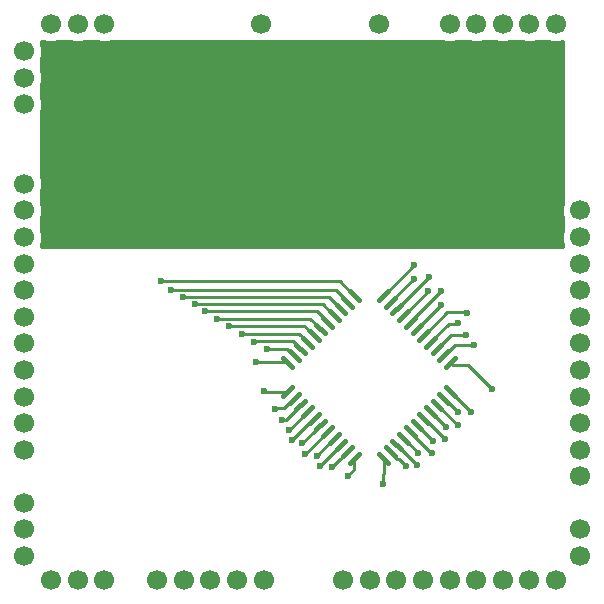
<source format=gbr>
G04 #@! TF.FileFunction,Copper,L2,Bot,Signal*
%FSLAX46Y46*%
G04 Gerber Fmt 4.6, Leading zero omitted, Abs format (unit mm)*
G04 Created by KiCad (PCBNEW 4.0.1-stable) date Friday, September 23, 2016 'AMt' 01:17:15 AM*
%MOMM*%
G01*
G04 APERTURE LIST*
%ADD10C,0.100000*%
%ADD11C,0.450000*%
%ADD12C,0.600000*%
%ADD13C,1.700000*%
%ADD14C,0.250000*%
%ADD15C,0.254000*%
G04 APERTURE END LIST*
D10*
D11*
X124141076Y-75479658D02*
X123398614Y-74737196D01*
X124706761Y-74913973D02*
X123964299Y-74171511D01*
X125272447Y-74348287D02*
X124529985Y-73605825D01*
X125838132Y-73782602D02*
X125095670Y-73040140D01*
X126403818Y-73216916D02*
X125661356Y-72474454D01*
X126969503Y-72651231D02*
X126227041Y-71908769D01*
X127535188Y-72085546D02*
X126792726Y-71343084D01*
X128100874Y-71519860D02*
X127358412Y-70777398D01*
X128666559Y-70954175D02*
X127924097Y-70211713D01*
X129232245Y-70388489D02*
X128489783Y-69646027D01*
X129797930Y-69822804D02*
X129055468Y-69080342D01*
X132272804Y-69080342D02*
X131530342Y-69822804D01*
X132838489Y-69646027D02*
X132096027Y-70388489D01*
X133404175Y-70211713D02*
X132661713Y-70954175D01*
X133969860Y-70777398D02*
X133227398Y-71519860D01*
X134535546Y-71343084D02*
X133793084Y-72085546D01*
X135101231Y-71908769D02*
X134358769Y-72651231D01*
X135666916Y-72474454D02*
X134924454Y-73216916D01*
X136232602Y-73040140D02*
X135490140Y-73782602D01*
X136798287Y-73605825D02*
X136055825Y-74348287D01*
X137363973Y-74171511D02*
X136621511Y-74913973D01*
X137929658Y-74737196D02*
X137187196Y-75479658D01*
X137929658Y-77954532D02*
X137187196Y-77212070D01*
X137363973Y-78520217D02*
X136621511Y-77777755D01*
X136798287Y-79085903D02*
X136055825Y-78343441D01*
X136232602Y-79651588D02*
X135490140Y-78909126D01*
X135666916Y-80217274D02*
X134924454Y-79474812D01*
X135101231Y-80782959D02*
X134358769Y-80040497D01*
X134535546Y-81348644D02*
X133793084Y-80606182D01*
X133969860Y-81914330D02*
X133227398Y-81171868D01*
X133404175Y-82480015D02*
X132661713Y-81737553D01*
X132838489Y-83045701D02*
X132096027Y-82303239D01*
X132272804Y-83611386D02*
X131530342Y-82868924D01*
X129797930Y-82868924D02*
X129055468Y-83611386D01*
X129232245Y-82303239D02*
X128489783Y-83045701D01*
X128666559Y-81737553D02*
X127924097Y-82480015D01*
X128100874Y-81171868D02*
X127358412Y-81914330D01*
X127535188Y-80606182D02*
X126792726Y-81348644D01*
X126969503Y-80040497D02*
X126227041Y-80782959D01*
X126403818Y-79474812D02*
X125661356Y-80217274D01*
X125838132Y-78909126D02*
X125095670Y-79651588D01*
X125272447Y-78343441D02*
X124529985Y-79085903D01*
X124706761Y-77777755D02*
X123964299Y-78520217D01*
X124141076Y-77212070D02*
X123398614Y-77954532D01*
D12*
X126250000Y-49250000D03*
X126250000Y-49250000D03*
D13*
X121500000Y-46500000D03*
X131500000Y-46500000D03*
D12*
X113050000Y-68253146D03*
X113875000Y-69000000D03*
X114925000Y-69600000D03*
X115900000Y-70200000D03*
X116800000Y-70800000D03*
X117825000Y-71400000D03*
X118850000Y-72000000D03*
X119950000Y-72700000D03*
X120975000Y-73395508D03*
X122000000Y-73961193D03*
X121075000Y-75100000D03*
X134493146Y-66850000D03*
X134449517Y-68025000D03*
X135730887Y-67875000D03*
X135675000Y-69062258D03*
X136800000Y-69068629D03*
X136775000Y-70225000D03*
X139000000Y-70900000D03*
X138200000Y-71800000D03*
X138875000Y-72800000D03*
X139600000Y-73600000D03*
X141125000Y-77375000D03*
X139296854Y-79300000D03*
X138200000Y-79334517D03*
X138175000Y-80440887D03*
X137177742Y-80575000D03*
X137096371Y-81625000D03*
X136090000Y-81750000D03*
X135975000Y-82766371D03*
X134855530Y-82800000D03*
X134724160Y-83800000D03*
X133800000Y-83900000D03*
X131872082Y-85450000D03*
X128875000Y-84725000D03*
X127525000Y-84000483D03*
X126529112Y-83875000D03*
X126275000Y-82997742D03*
X125266370Y-82875000D03*
X125025000Y-81975000D03*
X124150000Y-81725000D03*
X123925000Y-80822258D03*
X123350000Y-80000000D03*
X122750000Y-79100000D03*
X121750000Y-77532082D03*
D13*
X101500000Y-53250000D03*
X146500000Y-93500000D03*
X146500000Y-46500000D03*
X144250000Y-93500000D03*
X144250000Y-46500000D03*
X142000000Y-93500000D03*
X142000000Y-46500000D03*
X139750000Y-93500000D03*
X139750000Y-46500000D03*
X137500000Y-93500000D03*
X137500000Y-46500000D03*
X135250000Y-93500000D03*
X133000000Y-93500000D03*
X130750000Y-93500000D03*
X128500000Y-93500000D03*
X121750000Y-93500000D03*
X119500000Y-93500000D03*
X117250000Y-93500000D03*
X115000000Y-93500000D03*
X112750000Y-93500000D03*
X108250000Y-93500000D03*
X108250000Y-46500000D03*
X106000000Y-93500000D03*
X106000000Y-46500000D03*
X103750000Y-93500000D03*
X103750000Y-46500000D03*
X101500000Y-91500000D03*
X148500000Y-91500000D03*
X148500000Y-89250000D03*
X148500000Y-84750000D03*
X148500000Y-82500000D03*
X148500000Y-80250000D03*
X148500000Y-78000000D03*
X148500000Y-75750000D03*
X148500000Y-73500000D03*
X148500000Y-71250000D03*
X148500000Y-69000000D03*
X148500000Y-66750000D03*
X148500000Y-64500000D03*
X148500000Y-62250000D03*
X101500000Y-89250000D03*
X101500000Y-87000000D03*
X101500000Y-82500000D03*
X101500000Y-80250000D03*
X101500000Y-78000000D03*
X101500000Y-75750000D03*
X101500000Y-73500000D03*
X101500000Y-71250000D03*
X101500000Y-69000000D03*
X101500000Y-66750000D03*
X101500000Y-64500000D03*
X101500000Y-62250000D03*
X101500000Y-60000000D03*
X101500000Y-51000000D03*
X101500000Y-48750000D03*
D14*
X128225126Y-68250000D02*
X113053146Y-68250000D01*
X113053146Y-68250000D02*
X113050000Y-68253146D01*
X129426699Y-69451573D02*
X128225126Y-68250000D01*
X127843756Y-69000000D02*
X113875000Y-69000000D01*
X128861014Y-70017258D02*
X127843756Y-69000000D01*
X127300000Y-69600000D02*
X114925000Y-69600000D01*
X127681904Y-69981904D02*
X127300000Y-69600000D01*
X128295328Y-70582944D02*
X127694288Y-69981904D01*
X127694288Y-69981904D02*
X127681904Y-69981904D01*
X126781014Y-70200000D02*
X115900000Y-70200000D01*
X127729643Y-71148629D02*
X126781014Y-70200000D01*
X126249642Y-70800000D02*
X116800000Y-70800000D01*
X127163957Y-71714315D02*
X126249642Y-70800000D01*
X125718272Y-71400000D02*
X117825000Y-71400000D01*
X126598272Y-72280000D02*
X125718272Y-71400000D01*
X125431547Y-72231547D02*
X125200000Y-72000000D01*
X125200000Y-72000000D02*
X118850000Y-72000000D01*
X126032587Y-72845685D02*
X125431547Y-72244645D01*
X125431547Y-72244645D02*
X125431547Y-72231547D01*
X124755530Y-72700000D02*
X119950000Y-72700000D01*
X125466901Y-73411371D02*
X124755530Y-72700000D01*
X124249160Y-73325000D02*
X121045508Y-73325000D01*
X121045508Y-73325000D02*
X120975000Y-73395508D01*
X124901216Y-73977056D02*
X124249160Y-73325000D01*
X123266702Y-73941702D02*
X123247211Y-73961193D01*
X123247211Y-73961193D02*
X122000000Y-73961193D01*
X124335530Y-74542742D02*
X123734490Y-73941702D01*
X123734490Y-73941702D02*
X123266702Y-73941702D01*
X123769845Y-75108427D02*
X121083427Y-75108427D01*
X121083427Y-75108427D02*
X121075000Y-75100000D01*
X131901573Y-69451573D02*
X134493146Y-66860000D01*
X134493146Y-66860000D02*
X134493146Y-66850000D01*
X132467258Y-70017258D02*
X134449517Y-68034999D01*
X134449517Y-68034999D02*
X134449517Y-68025000D01*
X133032944Y-70582944D02*
X135730887Y-67885001D01*
X135730887Y-67885001D02*
X135730887Y-67875000D01*
X133598629Y-71148629D02*
X135675000Y-69072258D01*
X135675000Y-69072258D02*
X135675000Y-69062258D01*
X134164315Y-71714315D02*
X136800000Y-69078630D01*
X136800000Y-69078630D02*
X136800000Y-69068629D01*
X134730000Y-72280000D02*
X136775000Y-70235000D01*
X136775000Y-70235000D02*
X136775000Y-70225000D01*
X137266370Y-70875000D02*
X138975000Y-70875000D01*
X138975000Y-70875000D02*
X139000000Y-70900000D01*
X135295685Y-72845685D02*
X137266370Y-70875000D01*
X137447742Y-71825000D02*
X138175000Y-71825000D01*
X138175000Y-71825000D02*
X138200000Y-71800000D01*
X135861371Y-73411371D02*
X137447742Y-71825000D01*
X137028096Y-73346904D02*
X137575000Y-72800000D01*
X137575000Y-72800000D02*
X138875000Y-72800000D01*
X136427056Y-73977056D02*
X137028096Y-73376016D01*
X137028096Y-73376016D02*
X137028096Y-73346904D01*
X137935484Y-73600000D02*
X139600000Y-73600000D01*
X136992742Y-74542742D02*
X137935484Y-73600000D01*
X139088236Y-75338236D02*
X141125000Y-77375000D01*
X137558427Y-75108427D02*
X137788236Y-75338236D01*
X137788236Y-75338236D02*
X139088236Y-75338236D01*
X137558427Y-77583301D02*
X137580155Y-77583301D01*
X137580155Y-77583301D02*
X139296854Y-79300000D01*
X136992742Y-78148986D02*
X137014469Y-78148986D01*
X137014469Y-78148986D02*
X138200000Y-79334517D01*
X136427056Y-78714672D02*
X136448785Y-78714672D01*
X136448785Y-78714672D02*
X138175000Y-80440887D01*
X135861371Y-79280357D02*
X135883099Y-79280357D01*
X135883099Y-79280357D02*
X137177742Y-80575000D01*
X135295685Y-79846043D02*
X137074642Y-81625000D01*
X137074642Y-81625000D02*
X137096371Y-81625000D01*
X134730000Y-80411728D02*
X134751728Y-80411728D01*
X134751728Y-80411728D02*
X136090000Y-81750000D01*
X134164315Y-80977413D02*
X135953273Y-82766371D01*
X135953273Y-82766371D02*
X135975000Y-82766371D01*
X133598629Y-81543099D02*
X134855530Y-82800000D01*
X133032944Y-82108784D02*
X134724160Y-83800000D01*
X133175510Y-83275510D02*
X133800000Y-83900000D01*
X132467258Y-82674470D02*
X133068298Y-83275510D01*
X133068298Y-83275510D02*
X133175510Y-83275510D01*
X131875000Y-84550000D02*
X131875000Y-85447082D01*
X131875000Y-85447082D02*
X131872082Y-85450000D01*
X131901573Y-84523427D02*
X131875000Y-84550000D01*
X131901573Y-83240155D02*
X131901573Y-84523427D01*
X129426699Y-84173301D02*
X128875000Y-84725000D01*
X129426699Y-83240155D02*
X129426699Y-84173301D01*
X127525000Y-84000000D02*
X127525000Y-84000483D01*
X128249490Y-83275510D02*
X127525000Y-84000000D01*
X128861014Y-82674470D02*
X128259974Y-83275510D01*
X128259974Y-83275510D02*
X128249490Y-83275510D01*
X128295328Y-82108784D02*
X126529112Y-83875000D01*
X127729643Y-81543099D02*
X126275000Y-82997742D01*
X127163957Y-80977413D02*
X125266370Y-82875000D01*
X125987232Y-81012768D02*
X125025000Y-81975000D01*
X126598272Y-80411728D02*
X125997232Y-81012768D01*
X125997232Y-81012768D02*
X125987232Y-81012768D01*
X125427917Y-80447083D02*
X124150000Y-81725000D01*
X126032587Y-79846043D02*
X125431547Y-80447083D01*
X125431547Y-80447083D02*
X125427917Y-80447083D01*
X125466901Y-79280357D02*
X123925000Y-80822258D01*
X123615888Y-80000000D02*
X123350000Y-80000000D01*
X124901216Y-78714672D02*
X123615888Y-80000000D01*
X123484516Y-79000000D02*
X122850000Y-79000000D01*
X122850000Y-79000000D02*
X122750000Y-79100000D01*
X124335530Y-78148986D02*
X123484516Y-79000000D01*
X123769845Y-77583301D02*
X121801219Y-77583301D01*
X121801219Y-77583301D02*
X121750000Y-77532082D01*
X123769845Y-77583301D02*
X123666699Y-77583301D01*
D15*
G36*
X103453319Y-47984742D02*
X104044089Y-47985257D01*
X104306091Y-47877000D01*
X105443848Y-47877000D01*
X105703319Y-47984742D01*
X106294089Y-47985257D01*
X106556091Y-47877000D01*
X107693848Y-47877000D01*
X107953319Y-47984742D01*
X108544089Y-47985257D01*
X108806091Y-47877000D01*
X136943848Y-47877000D01*
X137203319Y-47984742D01*
X137794089Y-47985257D01*
X138056091Y-47877000D01*
X139193848Y-47877000D01*
X139453319Y-47984742D01*
X140044089Y-47985257D01*
X140306091Y-47877000D01*
X141443848Y-47877000D01*
X141703319Y-47984742D01*
X142294089Y-47985257D01*
X142556091Y-47877000D01*
X143693848Y-47877000D01*
X143953319Y-47984742D01*
X144544089Y-47985257D01*
X144806091Y-47877000D01*
X145943848Y-47877000D01*
X146203319Y-47984742D01*
X146794089Y-47985257D01*
X147056091Y-47877000D01*
X147123000Y-47877000D01*
X147123000Y-61693848D01*
X147015258Y-61953319D01*
X147014743Y-62544089D01*
X147123000Y-62806091D01*
X147123000Y-63943848D01*
X147015258Y-64203319D01*
X147014743Y-64794089D01*
X147123000Y-65056091D01*
X147123000Y-65373000D01*
X102877000Y-65373000D01*
X102877000Y-65056152D01*
X102984742Y-64796681D01*
X102985257Y-64205911D01*
X102877000Y-63943909D01*
X102877000Y-62806152D01*
X102984742Y-62546681D01*
X102985257Y-61955911D01*
X102877000Y-61693909D01*
X102877000Y-60556152D01*
X102984742Y-60296681D01*
X102985257Y-59705911D01*
X102877000Y-59443909D01*
X102877000Y-53806152D01*
X102984742Y-53546681D01*
X102985257Y-52955911D01*
X102877000Y-52693909D01*
X102877000Y-51556152D01*
X102984742Y-51296681D01*
X102985257Y-50705911D01*
X102877000Y-50443909D01*
X102877000Y-49306152D01*
X102984742Y-49046681D01*
X102985257Y-48455911D01*
X102877000Y-48193909D01*
X102877000Y-47877000D01*
X103193848Y-47877000D01*
X103453319Y-47984742D01*
X103453319Y-47984742D01*
G37*
X103453319Y-47984742D02*
X104044089Y-47985257D01*
X104306091Y-47877000D01*
X105443848Y-47877000D01*
X105703319Y-47984742D01*
X106294089Y-47985257D01*
X106556091Y-47877000D01*
X107693848Y-47877000D01*
X107953319Y-47984742D01*
X108544089Y-47985257D01*
X108806091Y-47877000D01*
X136943848Y-47877000D01*
X137203319Y-47984742D01*
X137794089Y-47985257D01*
X138056091Y-47877000D01*
X139193848Y-47877000D01*
X139453319Y-47984742D01*
X140044089Y-47985257D01*
X140306091Y-47877000D01*
X141443848Y-47877000D01*
X141703319Y-47984742D01*
X142294089Y-47985257D01*
X142556091Y-47877000D01*
X143693848Y-47877000D01*
X143953319Y-47984742D01*
X144544089Y-47985257D01*
X144806091Y-47877000D01*
X145943848Y-47877000D01*
X146203319Y-47984742D01*
X146794089Y-47985257D01*
X147056091Y-47877000D01*
X147123000Y-47877000D01*
X147123000Y-61693848D01*
X147015258Y-61953319D01*
X147014743Y-62544089D01*
X147123000Y-62806091D01*
X147123000Y-63943848D01*
X147015258Y-64203319D01*
X147014743Y-64794089D01*
X147123000Y-65056091D01*
X147123000Y-65373000D01*
X102877000Y-65373000D01*
X102877000Y-65056152D01*
X102984742Y-64796681D01*
X102985257Y-64205911D01*
X102877000Y-63943909D01*
X102877000Y-62806152D01*
X102984742Y-62546681D01*
X102985257Y-61955911D01*
X102877000Y-61693909D01*
X102877000Y-60556152D01*
X102984742Y-60296681D01*
X102985257Y-59705911D01*
X102877000Y-59443909D01*
X102877000Y-53806152D01*
X102984742Y-53546681D01*
X102985257Y-52955911D01*
X102877000Y-52693909D01*
X102877000Y-51556152D01*
X102984742Y-51296681D01*
X102985257Y-50705911D01*
X102877000Y-50443909D01*
X102877000Y-49306152D01*
X102984742Y-49046681D01*
X102985257Y-48455911D01*
X102877000Y-48193909D01*
X102877000Y-47877000D01*
X103193848Y-47877000D01*
X103453319Y-47984742D01*
M02*

</source>
